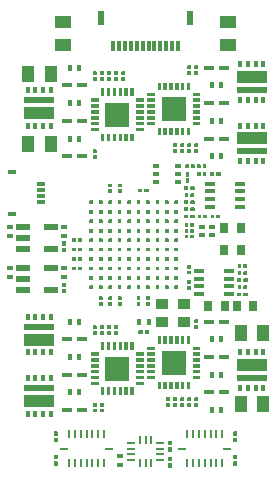
<source format=gbr>
G04*
G04 #@! TF.GenerationSoftware,Altium Limited,Altium Designer,24.1.2 (44)*
G04*
G04 Layer_Color=8421504*
%FSLAX25Y25*%
%MOIN*%
G70*
G04*
G04 #@! TF.SameCoordinates,8AA45DA3-EFE9-42F3-ADE2-6CCF78DF1A05*
G04*
G04*
G04 #@! TF.FilePolarity,Positive*
G04*
G01*
G75*
%ADD17R,0.03150X0.01575*%
%ADD18R,0.03150X0.01181*%
%ADD19R,0.02362X0.01654*%
%ADD20R,0.03661X0.01417*%
%ADD21R,0.01575X0.02362*%
%ADD22R,0.09843X0.01968*%
%ADD23R,0.09843X0.03937*%
%ADD24R,0.04555X0.01929*%
%ADD25R,0.04626X0.01929*%
%ADD26R,0.03543X0.01772*%
G04:AMPARAMS|DCode=27|XSize=14.33mil|YSize=19.68mil|CornerRadius=3.58mil|HoleSize=0mil|Usage=FLASHONLY|Rotation=90.000|XOffset=0mil|YOffset=0mil|HoleType=Round|Shape=RoundedRectangle|*
%AMROUNDEDRECTD27*
21,1,0.01433,0.01252,0,0,90.0*
21,1,0.00717,0.01968,0,0,90.0*
1,1,0.00717,0.00626,0.00358*
1,1,0.00717,0.00626,-0.00358*
1,1,0.00717,-0.00626,-0.00358*
1,1,0.00717,-0.00626,0.00358*
%
%ADD27ROUNDEDRECTD27*%
%ADD28R,0.03150X0.00984*%
%ADD29R,0.00984X0.03150*%
%ADD30R,0.02362X0.04724*%
%ADD31R,0.01181X0.03543*%
%ADD32R,0.05315X0.03937*%
%ADD33R,0.01575X0.02126*%
%ADD34R,0.03937X0.03543*%
%ADD35R,0.03937X0.05315*%
%ADD36R,0.01102X0.02657*%
%ADD37R,0.02657X0.01102*%
%ADD38R,0.02126X0.01575*%
%ADD39R,0.02756X0.03543*%
G36*
X68748Y138461D02*
Y137421D01*
X68654Y137327D01*
X67567D01*
X67472Y137421D01*
Y138461D01*
X67567Y138556D01*
X68654D01*
X68748Y138461D01*
D02*
G37*
G36*
X66386D02*
Y137421D01*
X66291Y137327D01*
X65205D01*
X65110Y137421D01*
Y138461D01*
X65205Y138556D01*
X66291D01*
X66386Y138461D01*
D02*
G37*
G36*
X68748Y136594D02*
Y135555D01*
X68654Y135460D01*
X67567D01*
X67472Y135555D01*
Y136594D01*
X67567Y136689D01*
X68654D01*
X68748Y136594D01*
D02*
G37*
G36*
X66386D02*
Y135555D01*
X66291Y135460D01*
X65205D01*
X65110Y135555D01*
Y136594D01*
X65205Y136689D01*
X66291D01*
X66386Y136594D01*
D02*
G37*
G36*
X44339Y136493D02*
Y135453D01*
X44244Y135358D01*
X43158D01*
X43063Y135453D01*
Y136493D01*
X43158Y136587D01*
X44244D01*
X44339Y136493D01*
D02*
G37*
G36*
X41976D02*
Y135453D01*
X41882Y135358D01*
X40795D01*
X40701Y135453D01*
Y136493D01*
X40795Y136587D01*
X41882D01*
X41976Y136493D01*
D02*
G37*
G36*
X39614D02*
Y135453D01*
X39520Y135358D01*
X38433D01*
X38339Y135453D01*
Y136493D01*
X38433Y136587D01*
X39520D01*
X39614Y136493D01*
D02*
G37*
G36*
X37252D02*
Y135453D01*
X37157Y135358D01*
X36071D01*
X35976Y135453D01*
Y136493D01*
X36071Y136587D01*
X37157D01*
X37252Y136493D01*
D02*
G37*
G36*
X34890D02*
Y135453D01*
X34795Y135358D01*
X33709D01*
X33614Y135453D01*
Y136493D01*
X33709Y136587D01*
X34795D01*
X34890Y136493D01*
D02*
G37*
G36*
X44339Y134626D02*
Y133586D01*
X44244Y133492D01*
X43158D01*
X43063Y133586D01*
Y134626D01*
X43158Y134721D01*
X44244D01*
X44339Y134626D01*
D02*
G37*
G36*
X41976D02*
Y133586D01*
X41882Y133492D01*
X40795D01*
X40701Y133586D01*
Y134626D01*
X40795Y134721D01*
X41882D01*
X41976Y134626D01*
D02*
G37*
G36*
X39614D02*
Y133586D01*
X39520Y133492D01*
X38433D01*
X38339Y133586D01*
Y134626D01*
X38433Y134721D01*
X39520D01*
X39614Y134626D01*
D02*
G37*
G36*
X37252D02*
Y133586D01*
X37157Y133492D01*
X36071D01*
X35976Y133586D01*
Y134626D01*
X36071Y134721D01*
X37157D01*
X37252Y134626D01*
D02*
G37*
G36*
X34890D02*
Y133586D01*
X34795Y133492D01*
X33709D01*
X33614Y133586D01*
Y134626D01*
X33709Y134721D01*
X34795D01*
X34890Y134626D01*
D02*
G37*
G36*
X66102Y130217D02*
X65000D01*
Y132835D01*
X66102D01*
Y130217D01*
D02*
G37*
G36*
X64134D02*
X63032D01*
Y132835D01*
X64134D01*
Y130217D01*
D02*
G37*
G36*
X62165D02*
X61063D01*
Y132835D01*
X62165D01*
Y130217D01*
D02*
G37*
G36*
X60197D02*
X59095D01*
Y132835D01*
X60197D01*
Y130217D01*
D02*
G37*
G36*
X58228D02*
X57126D01*
Y132835D01*
X58228D01*
Y130217D01*
D02*
G37*
G36*
X56260D02*
X55158D01*
Y132835D01*
X56260D01*
Y130217D01*
D02*
G37*
G36*
X69449Y128386D02*
X66831D01*
Y129488D01*
X69449D01*
Y128386D01*
D02*
G37*
G36*
X54429D02*
X51811D01*
Y129488D01*
X54429D01*
Y128386D01*
D02*
G37*
G36*
X47205Y128248D02*
X46102D01*
Y130866D01*
X47205D01*
Y128248D01*
D02*
G37*
G36*
X45236D02*
X44134D01*
Y130866D01*
X45236D01*
Y128248D01*
D02*
G37*
G36*
X43268D02*
X42165D01*
Y130866D01*
X43268D01*
Y128248D01*
D02*
G37*
G36*
X41299D02*
X40197D01*
Y130866D01*
X41299D01*
Y128248D01*
D02*
G37*
G36*
X39331D02*
X38228D01*
Y130866D01*
X39331D01*
Y128248D01*
D02*
G37*
G36*
X37362D02*
X36260D01*
Y130866D01*
X37362D01*
Y128248D01*
D02*
G37*
G36*
X69449Y126417D02*
X66831D01*
Y127520D01*
X69449D01*
Y126417D01*
D02*
G37*
G36*
X54429D02*
X51811D01*
Y127520D01*
X54429D01*
Y126417D01*
D02*
G37*
G36*
X50551D02*
X47933D01*
Y127520D01*
X50551D01*
Y126417D01*
D02*
G37*
G36*
X35531D02*
X32913D01*
Y127520D01*
X35531D01*
Y126417D01*
D02*
G37*
G36*
X69449Y124449D02*
X66831D01*
Y125551D01*
X69449D01*
Y124449D01*
D02*
G37*
G36*
X54429D02*
X51811D01*
Y125551D01*
X54429D01*
Y124449D01*
D02*
G37*
G36*
X50551D02*
X47933D01*
Y125551D01*
X50551D01*
Y124449D01*
D02*
G37*
G36*
X35531D02*
X32913D01*
Y125551D01*
X35531D01*
Y124449D01*
D02*
G37*
G36*
X69449Y122480D02*
X66831D01*
Y123583D01*
X69449D01*
Y122480D01*
D02*
G37*
G36*
X54429D02*
X51811D01*
Y123583D01*
X54429D01*
Y122480D01*
D02*
G37*
G36*
X50551D02*
X47933D01*
Y123583D01*
X50551D01*
Y122480D01*
D02*
G37*
G36*
X35531D02*
X32913D01*
Y123583D01*
X35531D01*
Y122480D01*
D02*
G37*
G36*
X69449Y120512D02*
X66831D01*
Y121614D01*
X69449D01*
Y120512D01*
D02*
G37*
G36*
X54429D02*
X51811D01*
Y121614D01*
X54429D01*
Y120512D01*
D02*
G37*
G36*
X50551D02*
X47933D01*
Y121614D01*
X50551D01*
Y120512D01*
D02*
G37*
G36*
X35531D02*
X32913D01*
Y121614D01*
X35531D01*
Y120512D01*
D02*
G37*
G36*
X64646Y120000D02*
X56614D01*
Y128032D01*
X64646D01*
Y120000D01*
D02*
G37*
G36*
X69449Y118543D02*
X66831D01*
Y119646D01*
X69449D01*
Y118543D01*
D02*
G37*
G36*
X54429D02*
X51811D01*
Y119646D01*
X54429D01*
Y118543D01*
D02*
G37*
G36*
X50551D02*
X47933D01*
Y119646D01*
X50551D01*
Y118543D01*
D02*
G37*
G36*
X35531D02*
X32913D01*
Y119646D01*
X35531D01*
Y118543D01*
D02*
G37*
G36*
X45748Y118031D02*
X37716D01*
Y126063D01*
X45748D01*
Y118031D01*
D02*
G37*
G36*
X50551Y116575D02*
X47933D01*
Y117677D01*
X50551D01*
Y116575D01*
D02*
G37*
G36*
X35531D02*
X32913D01*
Y117677D01*
X35531D01*
Y116575D01*
D02*
G37*
G36*
X66102Y115197D02*
X65000D01*
Y117815D01*
X66102D01*
Y115197D01*
D02*
G37*
G36*
X64134D02*
X63032D01*
Y117815D01*
X64134D01*
Y115197D01*
D02*
G37*
G36*
X62165D02*
X61063D01*
Y117815D01*
X62165D01*
Y115197D01*
D02*
G37*
G36*
X60197D02*
X59095D01*
Y117815D01*
X60197D01*
Y115197D01*
D02*
G37*
G36*
X58228D02*
X57126D01*
Y117815D01*
X58228D01*
Y115197D01*
D02*
G37*
G36*
X56260D02*
X55158D01*
Y117815D01*
X56260D01*
Y115197D01*
D02*
G37*
G36*
X47205Y113228D02*
X46102D01*
Y115846D01*
X47205D01*
Y113228D01*
D02*
G37*
G36*
X45236D02*
X44134D01*
Y115846D01*
X45236D01*
Y113228D01*
D02*
G37*
G36*
X43268D02*
X42165D01*
Y115846D01*
X43268D01*
Y113228D01*
D02*
G37*
G36*
X41299D02*
X40197D01*
Y115846D01*
X41299D01*
Y113228D01*
D02*
G37*
G36*
X39331D02*
X38228D01*
Y115846D01*
X39331D01*
Y113228D01*
D02*
G37*
G36*
X37362D02*
X36260D01*
Y115846D01*
X37362D01*
Y113228D01*
D02*
G37*
G36*
X68748Y112477D02*
Y111437D01*
X68654Y111343D01*
X67567D01*
X67472Y111437D01*
Y112477D01*
X67567Y112571D01*
X68654D01*
X68748Y112477D01*
D02*
G37*
G36*
X66386D02*
Y111437D01*
X66291Y111343D01*
X65205D01*
X65110Y111437D01*
Y112477D01*
X65205Y112571D01*
X66291D01*
X66386Y112477D01*
D02*
G37*
G36*
X64024D02*
Y111437D01*
X63929Y111343D01*
X62843D01*
X62748Y111437D01*
Y112477D01*
X62843Y112571D01*
X63929D01*
X64024Y112477D01*
D02*
G37*
G36*
X61661D02*
Y111437D01*
X61567Y111343D01*
X60480D01*
X60386Y111437D01*
Y112477D01*
X60480Y112571D01*
X61567D01*
X61661Y112477D01*
D02*
G37*
G36*
X68748Y110610D02*
Y109570D01*
X68654Y109476D01*
X67567D01*
X67472Y109570D01*
Y110610D01*
X67567Y110705D01*
X68654D01*
X68748Y110610D01*
D02*
G37*
G36*
X66386D02*
Y109570D01*
X66291Y109476D01*
X65205D01*
X65110Y109570D01*
Y110610D01*
X65205Y110705D01*
X66291D01*
X66386Y110610D01*
D02*
G37*
G36*
X64024D02*
Y109570D01*
X63929Y109476D01*
X62843D01*
X62748Y109570D01*
Y110610D01*
X62843Y110705D01*
X63929D01*
X64024Y110610D01*
D02*
G37*
G36*
X61661D02*
Y109570D01*
X61567Y109476D01*
X60480D01*
X60386Y109570D01*
Y110610D01*
X60480Y110705D01*
X61567D01*
X61661Y110610D01*
D02*
G37*
G36*
X34890Y110508D02*
Y109468D01*
X34795Y109374D01*
X33709D01*
X33614Y109468D01*
Y110508D01*
X33709Y110603D01*
X34795D01*
X34890Y110508D01*
D02*
G37*
G36*
Y108642D02*
Y107602D01*
X34795Y107507D01*
X33709D01*
X33614Y107602D01*
Y108642D01*
X33709Y108736D01*
X34795D01*
X34890Y108642D01*
D02*
G37*
G36*
X71430Y105465D02*
Y104378D01*
X71335Y104283D01*
X70295D01*
X70201Y104378D01*
Y105465D01*
X70295Y105559D01*
X71335D01*
X71430Y105465D01*
D02*
G37*
G36*
X69563D02*
Y104378D01*
X69468Y104283D01*
X68429D01*
X68334Y104378D01*
Y105465D01*
X68429Y105559D01*
X69468D01*
X69563Y105465D01*
D02*
G37*
G36*
X67493D02*
Y104378D01*
X67398Y104283D01*
X66358D01*
X66264Y104378D01*
Y105465D01*
X66358Y105559D01*
X67398D01*
X67493Y105465D01*
D02*
G37*
G36*
X65626D02*
Y104378D01*
X65531Y104283D01*
X64492D01*
X64397Y104378D01*
Y105465D01*
X64492Y105559D01*
X65531D01*
X65626Y105465D01*
D02*
G37*
G36*
X76214Y102905D02*
Y101819D01*
X76120Y101724D01*
X74823D01*
X74728Y101819D01*
Y102905D01*
X74823Y103000D01*
X76120D01*
X76214Y102905D01*
D02*
G37*
G36*
X74090D02*
Y101819D01*
X73996Y101724D01*
X72699D01*
X72605Y101819D01*
Y102905D01*
X72699Y103000D01*
X73996D01*
X74090Y102905D01*
D02*
G37*
G36*
X71430D02*
Y101819D01*
X71335Y101724D01*
X70295D01*
X70201Y101819D01*
Y102905D01*
X70295Y103000D01*
X71335D01*
X71430Y102905D01*
D02*
G37*
G36*
X69563D02*
Y101819D01*
X69468Y101724D01*
X68429D01*
X68334Y101819D01*
Y102905D01*
X68429Y103000D01*
X69468D01*
X69563Y102905D01*
D02*
G37*
G36*
X65795Y102892D02*
Y101594D01*
X65701Y101500D01*
X64614D01*
X64520Y101594D01*
Y102892D01*
X64614Y102986D01*
X65701D01*
X65795Y102892D01*
D02*
G37*
G36*
Y100768D02*
Y99471D01*
X65701Y99376D01*
X64614D01*
X64520Y99471D01*
Y100768D01*
X64614Y100862D01*
X65701D01*
X65795Y100768D01*
D02*
G37*
G36*
X43158Y99091D02*
Y98051D01*
X43063Y97957D01*
X41976D01*
X41882Y98051D01*
Y99091D01*
X41976Y99186D01*
X43063D01*
X43158Y99091D01*
D02*
G37*
G36*
X40008D02*
Y98051D01*
X39913Y97957D01*
X38827D01*
X38732Y98051D01*
Y99091D01*
X38827Y99186D01*
X39913D01*
X40008Y99091D01*
D02*
G37*
G36*
X67553Y98181D02*
Y97095D01*
X67458Y97000D01*
X66161D01*
X66067Y97095D01*
Y98181D01*
X66161Y98276D01*
X67458D01*
X67553Y98181D01*
D02*
G37*
G36*
X65429D02*
Y97095D01*
X65335Y97000D01*
X64038D01*
X63943Y97095D01*
Y98181D01*
X64038Y98276D01*
X65335D01*
X65429Y98181D01*
D02*
G37*
G36*
X52199Y97394D02*
Y96307D01*
X52104Y96213D01*
X50807D01*
X50713Y96307D01*
Y97394D01*
X50807Y97488D01*
X52104D01*
X52199Y97394D01*
D02*
G37*
G36*
X50075D02*
Y96307D01*
X49980Y96213D01*
X48683D01*
X48589Y96307D01*
Y97394D01*
X48683Y97488D01*
X49980D01*
X50075Y97394D01*
D02*
G37*
G36*
X43158Y97224D02*
Y96184D01*
X43063Y96090D01*
X41976D01*
X41882Y96184D01*
Y97224D01*
X41976Y97319D01*
X43063D01*
X43158Y97224D01*
D02*
G37*
G36*
X40008D02*
Y96184D01*
X39913Y96090D01*
X38827D01*
X38732Y96184D01*
Y97224D01*
X38827Y97319D01*
X39913D01*
X40008Y97224D01*
D02*
G37*
G36*
X67296Y95819D02*
Y94732D01*
X67201Y94638D01*
X66161D01*
X66067Y94732D01*
Y95819D01*
X66161Y95913D01*
X67201D01*
X67296Y95819D01*
D02*
G37*
G36*
X65429D02*
Y94732D01*
X65335Y94638D01*
X64295D01*
X64200Y94732D01*
Y95819D01*
X64295Y95913D01*
X65335D01*
X65429Y95819D01*
D02*
G37*
G36*
X62047Y93417D02*
Y92409D01*
X61921Y92283D01*
X60913D01*
X60787Y92409D01*
Y93417D01*
X60913Y93543D01*
X61921D01*
X62047Y93417D01*
D02*
G37*
G36*
X58898D02*
Y92409D01*
X58772Y92283D01*
X57764D01*
X57638Y92409D01*
Y93417D01*
X57764Y93543D01*
X58772D01*
X58898Y93417D01*
D02*
G37*
G36*
X55748D02*
Y92409D01*
X55622Y92283D01*
X54614D01*
X54488Y92409D01*
Y93417D01*
X54614Y93543D01*
X55622D01*
X55748Y93417D01*
D02*
G37*
G36*
X52598D02*
Y92409D01*
X52472Y92283D01*
X51464D01*
X51339Y92409D01*
Y93417D01*
X51464Y93543D01*
X52472D01*
X52598Y93417D01*
D02*
G37*
G36*
X49449D02*
Y92409D01*
X49323Y92283D01*
X48315D01*
X48189Y92409D01*
Y93417D01*
X48315Y93543D01*
X49323D01*
X49449Y93417D01*
D02*
G37*
G36*
X46299D02*
Y92409D01*
X46173Y92283D01*
X45165D01*
X45039Y92409D01*
Y93417D01*
X45165Y93543D01*
X46173D01*
X46299Y93417D01*
D02*
G37*
G36*
X43150D02*
Y92409D01*
X43024Y92283D01*
X42016D01*
X41890Y92409D01*
Y93417D01*
X42016Y93543D01*
X43024D01*
X43150Y93417D01*
D02*
G37*
G36*
X40000D02*
Y92409D01*
X39874Y92283D01*
X38866D01*
X38740Y92409D01*
Y93417D01*
X38866Y93543D01*
X39874D01*
X40000Y93417D01*
D02*
G37*
G36*
X36850D02*
Y92409D01*
X36724Y92283D01*
X35717D01*
X35591Y92409D01*
Y93417D01*
X35717Y93543D01*
X36724D01*
X36850Y93417D01*
D02*
G37*
G36*
X33701D02*
Y92409D01*
X33575Y92283D01*
X32567D01*
X32441Y92409D01*
Y93417D01*
X32567Y93543D01*
X33575D01*
X33701Y93417D01*
D02*
G37*
G36*
X67553Y93457D02*
Y92370D01*
X67458Y92276D01*
X66161D01*
X66067Y92370D01*
Y93457D01*
X66161Y93551D01*
X67458D01*
X67553Y93457D01*
D02*
G37*
G36*
X65429D02*
Y92370D01*
X65335Y92276D01*
X64038D01*
X63943Y92370D01*
Y93457D01*
X64038Y93551D01*
X65335D01*
X65429Y93457D01*
D02*
G37*
G36*
X67553Y91094D02*
Y90008D01*
X67458Y89913D01*
X66161D01*
X66067Y90008D01*
Y91094D01*
X66161Y91189D01*
X67458D01*
X67553Y91094D01*
D02*
G37*
G36*
X65429D02*
Y90008D01*
X65335Y89913D01*
X64038D01*
X63943Y90008D01*
Y91094D01*
X64038Y91189D01*
X65335D01*
X65429Y91094D01*
D02*
G37*
G36*
X62047Y90268D02*
Y89260D01*
X61921Y89134D01*
X60913D01*
X60787Y89260D01*
Y90268D01*
X60913Y90394D01*
X61921D01*
X62047Y90268D01*
D02*
G37*
G36*
X58898D02*
Y89260D01*
X58772Y89134D01*
X57764D01*
X57638Y89260D01*
Y90268D01*
X57764Y90394D01*
X58772D01*
X58898Y90268D01*
D02*
G37*
G36*
X55748D02*
Y89260D01*
X55622Y89134D01*
X54614D01*
X54488Y89260D01*
Y90268D01*
X54614Y90394D01*
X55622D01*
X55748Y90268D01*
D02*
G37*
G36*
X52598D02*
Y89260D01*
X52472Y89134D01*
X51464D01*
X51339Y89260D01*
Y90268D01*
X51464Y90394D01*
X52472D01*
X52598Y90268D01*
D02*
G37*
G36*
X49449D02*
Y89260D01*
X49323Y89134D01*
X48315D01*
X48189Y89260D01*
Y90268D01*
X48315Y90394D01*
X49323D01*
X49449Y90268D01*
D02*
G37*
G36*
X46299D02*
Y89260D01*
X46173Y89134D01*
X45165D01*
X45039Y89260D01*
Y90268D01*
X45165Y90394D01*
X46173D01*
X46299Y90268D01*
D02*
G37*
G36*
X43150D02*
Y89260D01*
X43024Y89134D01*
X42016D01*
X41890Y89260D01*
Y90268D01*
X42016Y90394D01*
X43024D01*
X43150Y90268D01*
D02*
G37*
G36*
X40000D02*
Y89260D01*
X39874Y89134D01*
X38866D01*
X38740Y89260D01*
Y90268D01*
X38866Y90394D01*
X39874D01*
X40000Y90268D01*
D02*
G37*
G36*
X36850D02*
Y89260D01*
X36724Y89134D01*
X35717D01*
X35591Y89260D01*
Y90268D01*
X35717Y90394D01*
X36724D01*
X36850Y90268D01*
D02*
G37*
G36*
X33701D02*
Y89260D01*
X33575Y89134D01*
X32567D01*
X32441Y89260D01*
Y90268D01*
X32567Y90394D01*
X33575D01*
X33701Y90268D01*
D02*
G37*
G36*
X75957Y88732D02*
Y87646D01*
X75863Y87551D01*
X74823D01*
X74728Y87646D01*
Y88732D01*
X74823Y88827D01*
X75863D01*
X75957Y88732D01*
D02*
G37*
G36*
X74090D02*
Y87646D01*
X73996Y87551D01*
X72956D01*
X72862Y87646D01*
Y88732D01*
X72956Y88827D01*
X73996D01*
X74090Y88732D01*
D02*
G37*
G36*
X71626D02*
Y87646D01*
X71532Y87551D01*
X70492D01*
X70398Y87646D01*
Y88732D01*
X70492Y88827D01*
X71532D01*
X71626Y88732D01*
D02*
G37*
G36*
X69760D02*
Y87646D01*
X69665Y87551D01*
X68625D01*
X68531Y87646D01*
Y88732D01*
X68625Y88827D01*
X69665D01*
X69760Y88732D01*
D02*
G37*
G36*
X67553D02*
Y87646D01*
X67458Y87551D01*
X66161D01*
X66067Y87646D01*
Y88732D01*
X66161Y88827D01*
X67458D01*
X67553Y88732D01*
D02*
G37*
G36*
X65429D02*
Y87646D01*
X65335Y87551D01*
X64038D01*
X63943Y87646D01*
Y88732D01*
X64038Y88827D01*
X65335D01*
X65429Y88732D01*
D02*
G37*
G36*
X62047Y87118D02*
Y86110D01*
X61921Y85984D01*
X60913D01*
X60787Y86110D01*
Y87118D01*
X60913Y87244D01*
X61921D01*
X62047Y87118D01*
D02*
G37*
G36*
X58898D02*
Y86110D01*
X58772Y85984D01*
X57764D01*
X57638Y86110D01*
Y87118D01*
X57764Y87244D01*
X58772D01*
X58898Y87118D01*
D02*
G37*
G36*
X55748D02*
Y86110D01*
X55622Y85984D01*
X54614D01*
X54488Y86110D01*
Y87118D01*
X54614Y87244D01*
X55622D01*
X55748Y87118D01*
D02*
G37*
G36*
X52598D02*
Y86110D01*
X52472Y85984D01*
X51464D01*
X51339Y86110D01*
Y87118D01*
X51464Y87244D01*
X52472D01*
X52598Y87118D01*
D02*
G37*
G36*
X49449D02*
Y86110D01*
X49323Y85984D01*
X48315D01*
X48189Y86110D01*
Y87118D01*
X48315Y87244D01*
X49323D01*
X49449Y87118D01*
D02*
G37*
G36*
X46299D02*
Y86110D01*
X46173Y85984D01*
X45165D01*
X45039Y86110D01*
Y87118D01*
X45165Y87244D01*
X46173D01*
X46299Y87118D01*
D02*
G37*
G36*
X43150D02*
Y86110D01*
X43024Y85984D01*
X42016D01*
X41890Y86110D01*
Y87118D01*
X42016Y87244D01*
X43024D01*
X43150Y87118D01*
D02*
G37*
G36*
X40000D02*
Y86110D01*
X39874Y85984D01*
X38866D01*
X38740Y86110D01*
Y87118D01*
X38866Y87244D01*
X39874D01*
X40000Y87118D01*
D02*
G37*
G36*
X36850D02*
Y86110D01*
X36724Y85984D01*
X35717D01*
X35591Y86110D01*
Y87118D01*
X35717Y87244D01*
X36724D01*
X36850Y87118D01*
D02*
G37*
G36*
X33701D02*
Y86110D01*
X33575Y85984D01*
X32567D01*
X32441Y86110D01*
Y87118D01*
X32567Y87244D01*
X33575D01*
X33701Y87118D01*
D02*
G37*
G36*
X67296Y85976D02*
Y84890D01*
X67201Y84795D01*
X66161D01*
X66067Y84890D01*
Y85976D01*
X66161Y86071D01*
X67201D01*
X67296Y85976D01*
D02*
G37*
G36*
X65429D02*
Y84890D01*
X65335Y84795D01*
X64295D01*
X64200Y84890D01*
Y85976D01*
X64295Y86071D01*
X65335D01*
X65429Y85976D01*
D02*
G37*
G36*
X62047Y83969D02*
Y82961D01*
X61921Y82835D01*
X60913D01*
X60787Y82961D01*
Y83969D01*
X60913Y84095D01*
X61921D01*
X62047Y83969D01*
D02*
G37*
G36*
X58898D02*
Y82961D01*
X58772Y82835D01*
X57764D01*
X57638Y82961D01*
Y83969D01*
X57764Y84095D01*
X58772D01*
X58898Y83969D01*
D02*
G37*
G36*
X55748D02*
Y82961D01*
X55622Y82835D01*
X54614D01*
X54488Y82961D01*
Y83969D01*
X54614Y84095D01*
X55622D01*
X55748Y83969D01*
D02*
G37*
G36*
X52598D02*
Y82961D01*
X52472Y82835D01*
X51464D01*
X51339Y82961D01*
Y83969D01*
X51464Y84095D01*
X52472D01*
X52598Y83969D01*
D02*
G37*
G36*
X49449D02*
Y82961D01*
X49323Y82835D01*
X48315D01*
X48189Y82961D01*
Y83969D01*
X48315Y84095D01*
X49323D01*
X49449Y83969D01*
D02*
G37*
G36*
X46299D02*
Y82961D01*
X46173Y82835D01*
X45165D01*
X45039Y82961D01*
Y83969D01*
X45165Y84095D01*
X46173D01*
X46299Y83969D01*
D02*
G37*
G36*
X43150D02*
Y82961D01*
X43024Y82835D01*
X42016D01*
X41890Y82961D01*
Y83969D01*
X42016Y84095D01*
X43024D01*
X43150Y83969D01*
D02*
G37*
G36*
X40000D02*
Y82961D01*
X39874Y82835D01*
X38866D01*
X38740Y82961D01*
Y83969D01*
X38866Y84095D01*
X39874D01*
X40000Y83969D01*
D02*
G37*
G36*
X36850D02*
Y82961D01*
X36724Y82835D01*
X35717D01*
X35591Y82961D01*
Y83969D01*
X35717Y84095D01*
X36724D01*
X36850Y83969D01*
D02*
G37*
G36*
X33701D02*
Y82961D01*
X33575Y82835D01*
X32567D01*
X32441Y82961D01*
Y83969D01*
X32567Y84095D01*
X33575D01*
X33701Y83969D01*
D02*
G37*
G36*
X67296Y84008D02*
Y82921D01*
X67201Y82827D01*
X66161D01*
X66067Y82921D01*
Y84008D01*
X66161Y84102D01*
X67201D01*
X67296Y84008D01*
D02*
G37*
G36*
X65429D02*
Y82921D01*
X65335Y82827D01*
X64295D01*
X64200Y82921D01*
Y84008D01*
X64295Y84102D01*
X65335D01*
X65429Y84008D01*
D02*
G37*
G36*
X67296Y82039D02*
Y80953D01*
X67201Y80858D01*
X66161D01*
X66067Y80953D01*
Y82039D01*
X66161Y82134D01*
X67201D01*
X67296Y82039D01*
D02*
G37*
G36*
X65429D02*
Y80953D01*
X65335Y80858D01*
X64295D01*
X64200Y80953D01*
Y82039D01*
X64295Y82134D01*
X65335D01*
X65429Y82039D01*
D02*
G37*
G36*
X62047Y80819D02*
Y79811D01*
X61921Y79685D01*
X60913D01*
X60787Y79811D01*
Y80819D01*
X60913Y80945D01*
X61921D01*
X62047Y80819D01*
D02*
G37*
G36*
X58898D02*
Y79811D01*
X58772Y79685D01*
X57764D01*
X57638Y79811D01*
Y80819D01*
X57764Y80945D01*
X58772D01*
X58898Y80819D01*
D02*
G37*
G36*
X55748D02*
Y79811D01*
X55622Y79685D01*
X54614D01*
X54488Y79811D01*
Y80819D01*
X54614Y80945D01*
X55622D01*
X55748Y80819D01*
D02*
G37*
G36*
X52598D02*
Y79811D01*
X52472Y79685D01*
X51464D01*
X51339Y79811D01*
Y80819D01*
X51464Y80945D01*
X52472D01*
X52598Y80819D01*
D02*
G37*
G36*
X49449D02*
Y79811D01*
X49323Y79685D01*
X48315D01*
X48189Y79811D01*
Y80819D01*
X48315Y80945D01*
X49323D01*
X49449Y80819D01*
D02*
G37*
G36*
X46299D02*
Y79811D01*
X46173Y79685D01*
X45165D01*
X45039Y79811D01*
Y80819D01*
X45165Y80945D01*
X46173D01*
X46299Y80819D01*
D02*
G37*
G36*
X43150D02*
Y79811D01*
X43024Y79685D01*
X42016D01*
X41890Y79811D01*
Y80819D01*
X42016Y80945D01*
X43024D01*
X43150Y80819D01*
D02*
G37*
G36*
X40000D02*
Y79811D01*
X39874Y79685D01*
X38866D01*
X38740Y79811D01*
Y80819D01*
X38866Y80945D01*
X39874D01*
X40000Y80819D01*
D02*
G37*
G36*
X36850D02*
Y79811D01*
X36724Y79685D01*
X35717D01*
X35591Y79811D01*
Y80819D01*
X35717Y80945D01*
X36724D01*
X36850Y80819D01*
D02*
G37*
G36*
X33701D02*
Y79811D01*
X33575Y79685D01*
X32567D01*
X32441Y79811D01*
Y80819D01*
X32567Y80945D01*
X33575D01*
X33701Y80819D01*
D02*
G37*
G36*
X29894Y80858D02*
Y79772D01*
X29800Y79677D01*
X28760D01*
X28665Y79772D01*
Y80858D01*
X28760Y80953D01*
X29800D01*
X29894Y80858D01*
D02*
G37*
G36*
X28028D02*
Y79772D01*
X27933Y79677D01*
X26893D01*
X26799Y79772D01*
Y80858D01*
X26893Y80953D01*
X27933D01*
X28028Y80858D01*
D02*
G37*
G36*
X24654Y79860D02*
Y78563D01*
X24559Y78469D01*
X23472D01*
X23378Y78563D01*
Y79860D01*
X23472Y79954D01*
X24559D01*
X24654Y79860D01*
D02*
G37*
G36*
X62047Y77669D02*
Y76661D01*
X61921Y76535D01*
X60913D01*
X60787Y76661D01*
Y77669D01*
X60913Y77795D01*
X61921D01*
X62047Y77669D01*
D02*
G37*
G36*
X58898D02*
Y76661D01*
X58772Y76535D01*
X57764D01*
X57638Y76661D01*
Y77669D01*
X57764Y77795D01*
X58772D01*
X58898Y77669D01*
D02*
G37*
G36*
X55748D02*
Y76661D01*
X55622Y76535D01*
X54614D01*
X54488Y76661D01*
Y77669D01*
X54614Y77795D01*
X55622D01*
X55748Y77669D01*
D02*
G37*
G36*
X52598D02*
Y76661D01*
X52472Y76535D01*
X51464D01*
X51339Y76661D01*
Y77669D01*
X51464Y77795D01*
X52472D01*
X52598Y77669D01*
D02*
G37*
G36*
X49449D02*
Y76661D01*
X49323Y76535D01*
X48315D01*
X48189Y76661D01*
Y77669D01*
X48315Y77795D01*
X49323D01*
X49449Y77669D01*
D02*
G37*
G36*
X46299D02*
Y76661D01*
X46173Y76535D01*
X45165D01*
X45039Y76661D01*
Y77669D01*
X45165Y77795D01*
X46173D01*
X46299Y77669D01*
D02*
G37*
G36*
X43150D02*
Y76661D01*
X43024Y76535D01*
X42016D01*
X41890Y76661D01*
Y77669D01*
X42016Y77795D01*
X43024D01*
X43150Y77669D01*
D02*
G37*
G36*
X40000D02*
Y76661D01*
X39874Y76535D01*
X38866D01*
X38740Y76661D01*
Y77669D01*
X38866Y77795D01*
X39874D01*
X40000Y77669D01*
D02*
G37*
G36*
X36850D02*
Y76661D01*
X36724Y76535D01*
X35717D01*
X35591Y76661D01*
Y77669D01*
X35717Y77795D01*
X36724D01*
X36850Y77669D01*
D02*
G37*
G36*
X33701D02*
Y76661D01*
X33575Y76535D01*
X32567D01*
X32441Y76661D01*
Y77669D01*
X32567Y77795D01*
X33575D01*
X33701Y77669D01*
D02*
G37*
G36*
X29894Y77709D02*
Y76622D01*
X29800Y76528D01*
X28760D01*
X28665Y76622D01*
Y77709D01*
X28760Y77803D01*
X29800D01*
X29894Y77709D01*
D02*
G37*
G36*
X28028D02*
Y76622D01*
X27933Y76528D01*
X26893D01*
X26799Y76622D01*
Y77709D01*
X26893Y77803D01*
X27933D01*
X28028Y77709D01*
D02*
G37*
G36*
X24654Y77736D02*
Y76439D01*
X24559Y76345D01*
X23472D01*
X23378Y76439D01*
Y77736D01*
X23472Y77831D01*
X24559D01*
X24654Y77736D01*
D02*
G37*
G36*
X62047Y74520D02*
Y73512D01*
X61921Y73386D01*
X60913D01*
X60787Y73512D01*
Y74520D01*
X60913Y74646D01*
X61921D01*
X62047Y74520D01*
D02*
G37*
G36*
X58898D02*
Y73512D01*
X58772Y73386D01*
X57764D01*
X57638Y73512D01*
Y74520D01*
X57764Y74646D01*
X58772D01*
X58898Y74520D01*
D02*
G37*
G36*
X55748D02*
Y73512D01*
X55622Y73386D01*
X54614D01*
X54488Y73512D01*
Y74520D01*
X54614Y74646D01*
X55622D01*
X55748Y74520D01*
D02*
G37*
G36*
X52598D02*
Y73512D01*
X52472Y73386D01*
X51464D01*
X51339Y73512D01*
Y74520D01*
X51464Y74646D01*
X52472D01*
X52598Y74520D01*
D02*
G37*
G36*
X49449D02*
Y73512D01*
X49323Y73386D01*
X48315D01*
X48189Y73512D01*
Y74520D01*
X48315Y74646D01*
X49323D01*
X49449Y74520D01*
D02*
G37*
G36*
X46299D02*
Y73512D01*
X46173Y73386D01*
X45165D01*
X45039Y73512D01*
Y74520D01*
X45165Y74646D01*
X46173D01*
X46299Y74520D01*
D02*
G37*
G36*
X43150D02*
Y73512D01*
X43024Y73386D01*
X42016D01*
X41890Y73512D01*
Y74520D01*
X42016Y74646D01*
X43024D01*
X43150Y74520D01*
D02*
G37*
G36*
X40000D02*
Y73512D01*
X39874Y73386D01*
X38866D01*
X38740Y73512D01*
Y74520D01*
X38866Y74646D01*
X39874D01*
X40000Y74520D01*
D02*
G37*
G36*
X36850D02*
Y73512D01*
X36724Y73386D01*
X35717D01*
X35591Y73512D01*
Y74520D01*
X35717Y74646D01*
X36724D01*
X36850Y74520D01*
D02*
G37*
G36*
X33701D02*
Y73512D01*
X33575Y73386D01*
X32567D01*
X32441Y73512D01*
Y74520D01*
X32567Y74646D01*
X33575D01*
X33701Y74520D01*
D02*
G37*
G36*
X30151Y74559D02*
Y73472D01*
X30057Y73378D01*
X28760D01*
X28665Y73472D01*
Y74559D01*
X28760Y74654D01*
X30057D01*
X30151Y74559D01*
D02*
G37*
G36*
X28028D02*
Y73472D01*
X27933Y73378D01*
X26636D01*
X26542Y73472D01*
Y74559D01*
X26636Y74654D01*
X27933D01*
X28028Y74559D01*
D02*
G37*
G36*
X85012Y72197D02*
Y71110D01*
X84918Y71016D01*
X83878D01*
X83784Y71110D01*
Y72197D01*
X83878Y72291D01*
X84918D01*
X85012Y72197D01*
D02*
G37*
G36*
X83146D02*
Y71110D01*
X83051Y71016D01*
X82011D01*
X81917Y71110D01*
Y72197D01*
X82011Y72291D01*
X83051D01*
X83146Y72197D01*
D02*
G37*
G36*
X66386Y71926D02*
Y70886D01*
X66291Y70791D01*
X65205D01*
X65110Y70886D01*
Y71926D01*
X65205Y72020D01*
X66291D01*
X66386Y71926D01*
D02*
G37*
G36*
X62047Y71370D02*
Y70362D01*
X61921Y70236D01*
X60913D01*
X60787Y70362D01*
Y71370D01*
X60913Y71496D01*
X61921D01*
X62047Y71370D01*
D02*
G37*
G36*
X58898D02*
Y70362D01*
X58772Y70236D01*
X57764D01*
X57638Y70362D01*
Y71370D01*
X57764Y71496D01*
X58772D01*
X58898Y71370D01*
D02*
G37*
G36*
X55748D02*
Y70362D01*
X55622Y70236D01*
X54614D01*
X54488Y70362D01*
Y71370D01*
X54614Y71496D01*
X55622D01*
X55748Y71370D01*
D02*
G37*
G36*
X52598D02*
Y70362D01*
X52472Y70236D01*
X51464D01*
X51339Y70362D01*
Y71370D01*
X51464Y71496D01*
X52472D01*
X52598Y71370D01*
D02*
G37*
G36*
X49449D02*
Y70362D01*
X49323Y70236D01*
X48315D01*
X48189Y70362D01*
Y71370D01*
X48315Y71496D01*
X49323D01*
X49449Y71370D01*
D02*
G37*
G36*
X46299D02*
Y70362D01*
X46173Y70236D01*
X45165D01*
X45039Y70362D01*
Y71370D01*
X45165Y71496D01*
X46173D01*
X46299Y71370D01*
D02*
G37*
G36*
X43150D02*
Y70362D01*
X43024Y70236D01*
X42016D01*
X41890Y70362D01*
Y71370D01*
X42016Y71496D01*
X43024D01*
X43150Y71370D01*
D02*
G37*
G36*
X40000D02*
Y70362D01*
X39874Y70236D01*
X38866D01*
X38740Y70362D01*
Y71370D01*
X38866Y71496D01*
X39874D01*
X40000Y71370D01*
D02*
G37*
G36*
X36850D02*
Y70362D01*
X36724Y70236D01*
X35717D01*
X35591Y70362D01*
Y71370D01*
X35717Y71496D01*
X36724D01*
X36850Y71370D01*
D02*
G37*
G36*
X33701D02*
Y70362D01*
X33575Y70236D01*
X32567D01*
X32441Y70362D01*
Y71370D01*
X32567Y71496D01*
X33575D01*
X33701Y71370D01*
D02*
G37*
G36*
X29894Y71409D02*
Y70323D01*
X29800Y70228D01*
X28760D01*
X28665Y70323D01*
Y71409D01*
X28760Y71504D01*
X29800D01*
X29894Y71409D01*
D02*
G37*
G36*
X28028D02*
Y70323D01*
X27933Y70228D01*
X26893D01*
X26799Y70323D01*
Y71409D01*
X26893Y71504D01*
X27933D01*
X28028Y71409D01*
D02*
G37*
G36*
X66386Y70059D02*
Y69019D01*
X66291Y68925D01*
X65205D01*
X65110Y69019D01*
Y70059D01*
X65205Y70153D01*
X66291D01*
X66386Y70059D01*
D02*
G37*
G36*
X85012Y69835D02*
Y68748D01*
X84918Y68654D01*
X83878D01*
X83784Y68748D01*
Y69835D01*
X83878Y69929D01*
X84918D01*
X85012Y69835D01*
D02*
G37*
G36*
X83146D02*
Y68748D01*
X83051Y68654D01*
X82011D01*
X81917Y68748D01*
Y69835D01*
X82011Y69929D01*
X83051D01*
X83146Y69835D01*
D02*
G37*
G36*
X62047Y68221D02*
Y67213D01*
X61921Y67087D01*
X60913D01*
X60787Y67213D01*
Y68221D01*
X60913Y68347D01*
X61921D01*
X62047Y68221D01*
D02*
G37*
G36*
X58898D02*
Y67213D01*
X58772Y67087D01*
X57764D01*
X57638Y67213D01*
Y68221D01*
X57764Y68347D01*
X58772D01*
X58898Y68221D01*
D02*
G37*
G36*
X55748D02*
Y67213D01*
X55622Y67087D01*
X54614D01*
X54488Y67213D01*
Y68221D01*
X54614Y68347D01*
X55622D01*
X55748Y68221D01*
D02*
G37*
G36*
X52598D02*
Y67213D01*
X52472Y67087D01*
X51464D01*
X51339Y67213D01*
Y68221D01*
X51464Y68347D01*
X52472D01*
X52598Y68221D01*
D02*
G37*
G36*
X49449D02*
Y67213D01*
X49323Y67087D01*
X48315D01*
X48189Y67213D01*
Y68221D01*
X48315Y68347D01*
X49323D01*
X49449Y68221D01*
D02*
G37*
G36*
X46299D02*
Y67213D01*
X46173Y67087D01*
X45165D01*
X45039Y67213D01*
Y68221D01*
X45165Y68347D01*
X46173D01*
X46299Y68221D01*
D02*
G37*
G36*
X43150D02*
Y67213D01*
X43024Y67087D01*
X42016D01*
X41890Y67213D01*
Y68221D01*
X42016Y68347D01*
X43024D01*
X43150Y68221D01*
D02*
G37*
G36*
X40000D02*
Y67213D01*
X39874Y67087D01*
X38866D01*
X38740Y67213D01*
Y68221D01*
X38866Y68347D01*
X39874D01*
X40000Y68221D01*
D02*
G37*
G36*
X36850D02*
Y67213D01*
X36724Y67087D01*
X35717D01*
X35591Y67213D01*
Y68221D01*
X35717Y68347D01*
X36724D01*
X36850Y68221D01*
D02*
G37*
G36*
X33701D02*
Y67213D01*
X33575Y67087D01*
X32567D01*
X32441Y67213D01*
Y68221D01*
X32567Y68347D01*
X33575D01*
X33701Y68221D01*
D02*
G37*
G36*
X85269Y67472D02*
Y66386D01*
X85175Y66291D01*
X83878D01*
X83784Y66386D01*
Y67472D01*
X83878Y67567D01*
X85175D01*
X85269Y67472D01*
D02*
G37*
G36*
X83146D02*
Y66386D01*
X83051Y66291D01*
X81754D01*
X81660Y66386D01*
Y67472D01*
X81754Y67567D01*
X83051D01*
X83146Y67472D01*
D02*
G37*
G36*
X66386Y67065D02*
Y65768D01*
X66291Y65673D01*
X65205D01*
X65110Y65768D01*
Y67065D01*
X65205Y67159D01*
X66291D01*
X66386Y67065D01*
D02*
G37*
G36*
X24654Y66080D02*
Y64784D01*
X24559Y64689D01*
X23472D01*
X23378Y64784D01*
Y66080D01*
X23472Y66175D01*
X24559D01*
X24654Y66080D01*
D02*
G37*
G36*
X62047Y65071D02*
Y64063D01*
X61921Y63937D01*
X60913D01*
X60787Y64063D01*
Y65071D01*
X60913Y65197D01*
X61921D01*
X62047Y65071D01*
D02*
G37*
G36*
X58898D02*
Y64063D01*
X58772Y63937D01*
X57764D01*
X57638Y64063D01*
Y65071D01*
X57764Y65197D01*
X58772D01*
X58898Y65071D01*
D02*
G37*
G36*
X55748D02*
Y64063D01*
X55622Y63937D01*
X54614D01*
X54488Y64063D01*
Y65071D01*
X54614Y65197D01*
X55622D01*
X55748Y65071D01*
D02*
G37*
G36*
X52598D02*
Y64063D01*
X52472Y63937D01*
X51464D01*
X51339Y64063D01*
Y65071D01*
X51464Y65197D01*
X52472D01*
X52598Y65071D01*
D02*
G37*
G36*
X49449D02*
Y64063D01*
X49323Y63937D01*
X48315D01*
X48189Y64063D01*
Y65071D01*
X48315Y65197D01*
X49323D01*
X49449Y65071D01*
D02*
G37*
G36*
X46299D02*
Y64063D01*
X46173Y63937D01*
X45165D01*
X45039Y64063D01*
Y65071D01*
X45165Y65197D01*
X46173D01*
X46299Y65071D01*
D02*
G37*
G36*
X43150D02*
Y64063D01*
X43024Y63937D01*
X42016D01*
X41890Y64063D01*
Y65071D01*
X42016Y65197D01*
X43024D01*
X43150Y65071D01*
D02*
G37*
G36*
X40000D02*
Y64063D01*
X39874Y63937D01*
X38866D01*
X38740Y64063D01*
Y65071D01*
X38866Y65197D01*
X39874D01*
X40000Y65071D01*
D02*
G37*
G36*
X36850D02*
Y64063D01*
X36724Y63937D01*
X35717D01*
X35591Y64063D01*
Y65071D01*
X35717Y65197D01*
X36724D01*
X36850Y65071D01*
D02*
G37*
G36*
X33701D02*
Y64063D01*
X33575Y63937D01*
X32567D01*
X32441Y64063D01*
Y65071D01*
X32567Y65197D01*
X33575D01*
X33701Y65071D01*
D02*
G37*
G36*
X85012Y65110D02*
Y64024D01*
X84918Y63929D01*
X83878D01*
X83784Y64024D01*
Y65110D01*
X83878Y65205D01*
X84918D01*
X85012Y65110D01*
D02*
G37*
G36*
X83146D02*
Y64024D01*
X83051Y63929D01*
X82011D01*
X81917Y64024D01*
Y65110D01*
X82011Y65205D01*
X83051D01*
X83146Y65110D01*
D02*
G37*
G36*
X66386Y64941D02*
Y63644D01*
X66291Y63549D01*
X65205D01*
X65110Y63644D01*
Y64941D01*
X65205Y65035D01*
X66291D01*
X66386Y64941D01*
D02*
G37*
G36*
X24654Y63957D02*
Y62660D01*
X24559Y62565D01*
X23472D01*
X23378Y62660D01*
Y63957D01*
X23472Y64051D01*
X24559D01*
X24654Y63957D01*
D02*
G37*
G36*
X85269Y62748D02*
Y61661D01*
X85175Y61567D01*
X83878D01*
X83784Y61661D01*
Y62748D01*
X83878Y62843D01*
X85175D01*
X85269Y62748D01*
D02*
G37*
G36*
X83146D02*
Y61661D01*
X83051Y61567D01*
X81754D01*
X81660Y61661D01*
Y62748D01*
X81754Y62843D01*
X83051D01*
X83146Y62748D01*
D02*
G37*
G36*
X52606Y61493D02*
Y60453D01*
X52512Y60358D01*
X51425D01*
X51331Y60453D01*
Y61493D01*
X51425Y61587D01*
X52512D01*
X52606Y61493D01*
D02*
G37*
G36*
X49457D02*
Y60453D01*
X49362Y60358D01*
X48276D01*
X48181Y60453D01*
Y61493D01*
X48276Y61587D01*
X49362D01*
X49457Y61493D01*
D02*
G37*
G36*
X43158D02*
Y60453D01*
X43063Y60358D01*
X41976D01*
X41882Y60453D01*
Y61493D01*
X41976Y61587D01*
X43063D01*
X43158Y61493D01*
D02*
G37*
G36*
X40008D02*
Y60453D01*
X39913Y60358D01*
X38827D01*
X38732Y60453D01*
Y61493D01*
X38827Y61587D01*
X39913D01*
X40008Y61493D01*
D02*
G37*
G36*
X36858D02*
Y60453D01*
X36764Y60358D01*
X35677D01*
X35583Y60453D01*
Y61493D01*
X35677Y61587D01*
X36764D01*
X36858Y61493D01*
D02*
G37*
G36*
X52606Y59626D02*
Y58586D01*
X52512Y58492D01*
X51425D01*
X51331Y58586D01*
Y59626D01*
X51425Y59720D01*
X52512D01*
X52606Y59626D01*
D02*
G37*
G36*
X49457D02*
Y58586D01*
X49362Y58492D01*
X48276D01*
X48181Y58586D01*
Y59626D01*
X48276Y59720D01*
X49362D01*
X49457Y59626D01*
D02*
G37*
G36*
X43158D02*
Y58586D01*
X43063Y58492D01*
X41976D01*
X41882Y58586D01*
Y59626D01*
X41976Y59720D01*
X43063D01*
X43158Y59626D01*
D02*
G37*
G36*
X40008D02*
Y58586D01*
X39913Y58492D01*
X38827D01*
X38732Y58586D01*
Y59626D01*
X38827Y59720D01*
X39913D01*
X40008Y59626D01*
D02*
G37*
G36*
X36858D02*
Y58586D01*
X36764Y58492D01*
X35677D01*
X35583Y58586D01*
Y59626D01*
X35677Y59720D01*
X36764D01*
X36858Y59626D01*
D02*
G37*
G36*
X68748Y53816D02*
Y52776D01*
X68654Y52681D01*
X67567D01*
X67472Y52776D01*
Y53816D01*
X67567Y53910D01*
X68654D01*
X68748Y53816D01*
D02*
G37*
G36*
Y51949D02*
Y50909D01*
X68654Y50814D01*
X67567D01*
X67472Y50909D01*
Y51949D01*
X67567Y52043D01*
X68654D01*
X68748Y51949D01*
D02*
G37*
G36*
X41976Y51847D02*
Y50807D01*
X41882Y50713D01*
X40795D01*
X40701Y50807D01*
Y51847D01*
X40795Y51941D01*
X41882D01*
X41976Y51847D01*
D02*
G37*
G36*
X39614D02*
Y50807D01*
X39520Y50713D01*
X38433D01*
X38339Y50807D01*
Y51847D01*
X38433Y51941D01*
X39520D01*
X39614Y51847D01*
D02*
G37*
G36*
X37252D02*
Y50807D01*
X37157Y50713D01*
X36071D01*
X35976Y50807D01*
Y51847D01*
X36071Y51941D01*
X37157D01*
X37252Y51847D01*
D02*
G37*
G36*
X34890D02*
Y50807D01*
X34795Y50713D01*
X33709D01*
X33614Y50807D01*
Y51847D01*
X33709Y51941D01*
X34795D01*
X34890Y51847D01*
D02*
G37*
G36*
X52395Y50150D02*
Y49063D01*
X52301Y48968D01*
X51004D01*
X50909Y49063D01*
Y50150D01*
X51004Y50244D01*
X52301D01*
X52395Y50150D01*
D02*
G37*
G36*
X50272D02*
Y49063D01*
X50177Y48968D01*
X48880D01*
X48786Y49063D01*
Y50150D01*
X48880Y50244D01*
X50177D01*
X50272Y50150D01*
D02*
G37*
G36*
X41976Y49980D02*
Y48940D01*
X41882Y48846D01*
X40795D01*
X40701Y48940D01*
Y49980D01*
X40795Y50075D01*
X41882D01*
X41976Y49980D01*
D02*
G37*
G36*
X39614D02*
Y48940D01*
X39520Y48846D01*
X38433D01*
X38339Y48940D01*
Y49980D01*
X38433Y50075D01*
X39520D01*
X39614Y49980D01*
D02*
G37*
G36*
X37252D02*
Y48940D01*
X37157Y48846D01*
X36071D01*
X35976Y48940D01*
Y49980D01*
X36071Y50075D01*
X37157D01*
X37252Y49980D01*
D02*
G37*
G36*
X34890D02*
Y48940D01*
X34795Y48846D01*
X33709D01*
X33614Y48940D01*
Y49980D01*
X33709Y50075D01*
X34795D01*
X34890Y49980D01*
D02*
G37*
G36*
X66102Y45571D02*
X65000D01*
Y48189D01*
X66102D01*
Y45571D01*
D02*
G37*
G36*
X64134D02*
X63032D01*
Y48189D01*
X64134D01*
Y45571D01*
D02*
G37*
G36*
X62165D02*
X61063D01*
Y48189D01*
X62165D01*
Y45571D01*
D02*
G37*
G36*
X60197D02*
X59095D01*
Y48189D01*
X60197D01*
Y45571D01*
D02*
G37*
G36*
X58228D02*
X57126D01*
Y48189D01*
X58228D01*
Y45571D01*
D02*
G37*
G36*
X56260D02*
X55158D01*
Y48189D01*
X56260D01*
Y45571D01*
D02*
G37*
G36*
X69449Y43740D02*
X66831D01*
Y44842D01*
X69449D01*
Y43740D01*
D02*
G37*
G36*
X54429D02*
X51811D01*
Y44842D01*
X54429D01*
Y43740D01*
D02*
G37*
G36*
X47205Y43602D02*
X46102D01*
Y46220D01*
X47205D01*
Y43602D01*
D02*
G37*
G36*
X45236D02*
X44134D01*
Y46220D01*
X45236D01*
Y43602D01*
D02*
G37*
G36*
X43268D02*
X42165D01*
Y46220D01*
X43268D01*
Y43602D01*
D02*
G37*
G36*
X41299D02*
X40197D01*
Y46220D01*
X41299D01*
Y43602D01*
D02*
G37*
G36*
X39331D02*
X38228D01*
Y46220D01*
X39331D01*
Y43602D01*
D02*
G37*
G36*
X37362D02*
X36260D01*
Y46220D01*
X37362D01*
Y43602D01*
D02*
G37*
G36*
X69449Y41772D02*
X66831D01*
Y42874D01*
X69449D01*
Y41772D01*
D02*
G37*
G36*
X54429D02*
X51811D01*
Y42874D01*
X54429D01*
Y41772D01*
D02*
G37*
G36*
X50551Y41772D02*
X47933D01*
Y42874D01*
X50551D01*
Y41772D01*
D02*
G37*
G36*
X35531D02*
X32913D01*
Y42874D01*
X35531D01*
Y41772D01*
D02*
G37*
G36*
X69449Y39803D02*
X66831D01*
Y40905D01*
X69449D01*
Y39803D01*
D02*
G37*
G36*
X54429D02*
X51811D01*
Y40905D01*
X54429D01*
Y39803D01*
D02*
G37*
G36*
X50551Y39803D02*
X47933D01*
Y40905D01*
X50551D01*
Y39803D01*
D02*
G37*
G36*
X35531D02*
X32913D01*
Y40905D01*
X35531D01*
Y39803D01*
D02*
G37*
G36*
X69449Y37835D02*
X66831D01*
Y38937D01*
X69449D01*
Y37835D01*
D02*
G37*
G36*
X54429D02*
X51811D01*
Y38937D01*
X54429D01*
Y37835D01*
D02*
G37*
G36*
X50551Y37835D02*
X47933D01*
Y38937D01*
X50551D01*
Y37835D01*
D02*
G37*
G36*
X35531D02*
X32913D01*
Y38937D01*
X35531D01*
Y37835D01*
D02*
G37*
G36*
X69449Y35866D02*
X66831D01*
Y36968D01*
X69449D01*
Y35866D01*
D02*
G37*
G36*
X54429D02*
X51811D01*
Y36968D01*
X54429D01*
Y35866D01*
D02*
G37*
G36*
X50551Y35866D02*
X47933D01*
Y36968D01*
X50551D01*
Y35866D01*
D02*
G37*
G36*
X35531D02*
X32913D01*
Y36968D01*
X35531D01*
Y35866D01*
D02*
G37*
G36*
X64646Y35354D02*
X56614D01*
Y43386D01*
X64646D01*
Y35354D01*
D02*
G37*
G36*
X69449Y33898D02*
X66831D01*
Y35000D01*
X69449D01*
Y33898D01*
D02*
G37*
G36*
X54429D02*
X51811D01*
Y35000D01*
X54429D01*
Y33898D01*
D02*
G37*
G36*
X50551Y33898D02*
X47933D01*
Y35000D01*
X50551D01*
Y33898D01*
D02*
G37*
G36*
X35531D02*
X32913D01*
Y35000D01*
X35531D01*
Y33898D01*
D02*
G37*
G36*
X45748Y33386D02*
X37716D01*
Y41417D01*
X45748D01*
Y33386D01*
D02*
G37*
G36*
X50551Y31929D02*
X47933D01*
Y33031D01*
X50551D01*
Y31929D01*
D02*
G37*
G36*
X35531D02*
X32913D01*
Y33031D01*
X35531D01*
Y31929D01*
D02*
G37*
G36*
X66102Y30551D02*
X65000D01*
Y33169D01*
X66102D01*
Y30551D01*
D02*
G37*
G36*
X64134D02*
X63032D01*
Y33169D01*
X64134D01*
Y30551D01*
D02*
G37*
G36*
X62165D02*
X61063D01*
Y33169D01*
X62165D01*
Y30551D01*
D02*
G37*
G36*
X60197D02*
X59095D01*
Y33169D01*
X60197D01*
Y30551D01*
D02*
G37*
G36*
X58228D02*
X57126D01*
Y33169D01*
X58228D01*
Y30551D01*
D02*
G37*
G36*
X56260D02*
X55158D01*
Y33169D01*
X56260D01*
Y30551D01*
D02*
G37*
G36*
X47205Y28583D02*
X46102D01*
Y31201D01*
X47205D01*
Y28583D01*
D02*
G37*
G36*
X45236D02*
X44134D01*
Y31201D01*
X45236D01*
Y28583D01*
D02*
G37*
G36*
X43268D02*
X42165D01*
Y31201D01*
X43268D01*
Y28583D01*
D02*
G37*
G36*
X41299D02*
X40197D01*
Y31201D01*
X41299D01*
Y28583D01*
D02*
G37*
G36*
X39331D02*
X38228D01*
Y31201D01*
X39331D01*
Y28583D01*
D02*
G37*
G36*
X37362D02*
X36260D01*
Y31201D01*
X37362D01*
Y28583D01*
D02*
G37*
G36*
X68748Y27831D02*
Y26791D01*
X68654Y26697D01*
X67567D01*
X67472Y26791D01*
Y27831D01*
X67567Y27926D01*
X68654D01*
X68748Y27831D01*
D02*
G37*
G36*
X66386D02*
Y26791D01*
X66291Y26697D01*
X65205D01*
X65110Y26791D01*
Y27831D01*
X65205Y27926D01*
X66291D01*
X66386Y27831D01*
D02*
G37*
G36*
X64024D02*
Y26791D01*
X63929Y26697D01*
X62843D01*
X62748Y26791D01*
Y27831D01*
X62843Y27926D01*
X63929D01*
X64024Y27831D01*
D02*
G37*
G36*
X61661D02*
Y26791D01*
X61567Y26697D01*
X60480D01*
X60386Y26791D01*
Y27831D01*
X60480Y27926D01*
X61567D01*
X61661Y27831D01*
D02*
G37*
G36*
X59299D02*
Y26791D01*
X59205Y26697D01*
X58118D01*
X58024Y26791D01*
Y27831D01*
X58118Y27926D01*
X59205D01*
X59299Y27831D01*
D02*
G37*
G36*
X68748Y25965D02*
Y24925D01*
X68654Y24830D01*
X67567D01*
X67472Y24925D01*
Y25965D01*
X67567Y26059D01*
X68654D01*
X68748Y25965D01*
D02*
G37*
G36*
X66386D02*
Y24925D01*
X66291Y24830D01*
X65205D01*
X65110Y24925D01*
Y25965D01*
X65205Y26059D01*
X66291D01*
X66386Y25965D01*
D02*
G37*
G36*
X64024D02*
Y24925D01*
X63929Y24830D01*
X62843D01*
X62748Y24925D01*
Y25965D01*
X62843Y26059D01*
X63929D01*
X64024Y25965D01*
D02*
G37*
G36*
X61661D02*
Y24925D01*
X61567Y24830D01*
X60480D01*
X60386Y24925D01*
Y25965D01*
X60480Y26059D01*
X61567D01*
X61661Y25965D01*
D02*
G37*
G36*
X59299D02*
Y24925D01*
X59205Y24830D01*
X58118D01*
X58024Y24925D01*
Y25965D01*
X58118Y26059D01*
X59205D01*
X59299Y25965D01*
D02*
G37*
G36*
X37252Y25863D02*
Y24823D01*
X37157Y24728D01*
X36071D01*
X35976Y24823D01*
Y25863D01*
X36071Y25957D01*
X37157D01*
X37252Y25863D01*
D02*
G37*
G36*
X34890D02*
Y24823D01*
X34795Y24728D01*
X33709D01*
X33614Y24823D01*
Y25863D01*
X33709Y25957D01*
X34795D01*
X34890Y25863D01*
D02*
G37*
G36*
X37252Y23996D02*
Y22956D01*
X37157Y22862D01*
X36071D01*
X35976Y22956D01*
Y23996D01*
X36071Y24091D01*
X37157D01*
X37252Y23996D01*
D02*
G37*
G36*
X34890D02*
Y22956D01*
X34795Y22862D01*
X33709D01*
X33614Y22956D01*
Y23996D01*
X33709Y24091D01*
X34795D01*
X34890Y23996D01*
D02*
G37*
G36*
X81740Y16474D02*
Y15177D01*
X81646Y15083D01*
X80559D01*
X80465Y15177D01*
Y16474D01*
X80559Y16569D01*
X81646D01*
X81740Y16474D01*
D02*
G37*
G36*
X21898D02*
Y15177D01*
X21803Y15083D01*
X20717D01*
X20622Y15177D01*
Y16474D01*
X20717Y16569D01*
X21803D01*
X21898Y16474D01*
D02*
G37*
G36*
X81740Y14350D02*
Y13053D01*
X81646Y12959D01*
X80559D01*
X80465Y13053D01*
Y14350D01*
X80559Y14445D01*
X81646D01*
X81740Y14350D01*
D02*
G37*
G36*
X21898D02*
Y13053D01*
X21803Y12959D01*
X20717D01*
X20622Y13053D01*
Y14350D01*
X20717Y14445D01*
X21803D01*
X21898Y14350D01*
D02*
G37*
G36*
X60087Y13325D02*
Y12028D01*
X59992Y11933D01*
X58906D01*
X58811Y12028D01*
Y13325D01*
X58906Y13419D01*
X59992D01*
X60087Y13325D01*
D02*
G37*
G36*
Y11201D02*
Y9904D01*
X59992Y9809D01*
X58906D01*
X58811Y9904D01*
Y11201D01*
X58906Y11295D01*
X59992D01*
X60087Y11201D01*
D02*
G37*
G36*
X81740Y8600D02*
Y7303D01*
X81646Y7209D01*
X80559D01*
X80465Y7303D01*
Y8600D01*
X80559Y8695D01*
X81646D01*
X81740Y8600D01*
D02*
G37*
G36*
X21898D02*
Y7303D01*
X21803Y7209D01*
X20717D01*
X20622Y7303D01*
Y8600D01*
X20717Y8695D01*
X21803D01*
X21898Y8600D01*
D02*
G37*
G36*
X60087Y8010D02*
Y6713D01*
X59992Y6618D01*
X58906D01*
X58811Y6713D01*
Y8010D01*
X58906Y8104D01*
X59992D01*
X60087Y8010D01*
D02*
G37*
G36*
X81740Y6476D02*
Y5179D01*
X81646Y5085D01*
X80559D01*
X80465Y5179D01*
Y6476D01*
X80559Y6571D01*
X81646D01*
X81740Y6476D01*
D02*
G37*
G36*
X21898D02*
Y5179D01*
X21803Y5085D01*
X20717D01*
X20622Y5179D01*
Y6476D01*
X20717Y6571D01*
X21803D01*
X21898Y6476D01*
D02*
G37*
G36*
X60087Y5886D02*
Y4589D01*
X59992Y4494D01*
X58906D01*
X58811Y4589D01*
Y5886D01*
X58906Y5980D01*
X59992D01*
X60087Y5886D01*
D02*
G37*
D17*
X6594Y89173D02*
D03*
X6595Y102953D02*
D03*
D18*
X16240Y99016D02*
D03*
Y97047D02*
D03*
Y95079D02*
D03*
Y93110D02*
D03*
D19*
X54528Y104921D02*
D03*
Y102362D02*
D03*
Y99803D02*
D03*
X62008D02*
D03*
Y102362D02*
D03*
Y104921D02*
D03*
D20*
X72303Y137795D02*
D03*
X77303D02*
D03*
Y125984D02*
D03*
X72303D02*
D03*
Y114173D02*
D03*
X77303D02*
D03*
X25059Y23622D02*
D03*
X30059D02*
D03*
Y35433D02*
D03*
X25059D02*
D03*
Y47244D02*
D03*
X30059D02*
D03*
Y108268D02*
D03*
X25059D02*
D03*
Y120079D02*
D03*
X30059D02*
D03*
Y131890D02*
D03*
X25059D02*
D03*
X77303Y53150D02*
D03*
X72303D02*
D03*
Y41339D02*
D03*
X77303D02*
D03*
Y29528D02*
D03*
X72303D02*
D03*
D21*
X82776Y127165D02*
D03*
X85335D02*
D03*
X87894D02*
D03*
X90453D02*
D03*
Y138976D02*
D03*
X87894D02*
D03*
X85335D02*
D03*
X82776D02*
D03*
Y118504D02*
D03*
X85335D02*
D03*
X87894D02*
D03*
X90453D02*
D03*
Y106693D02*
D03*
X87894D02*
D03*
X85335D02*
D03*
X82776D02*
D03*
Y42913D02*
D03*
X85335D02*
D03*
X87894D02*
D03*
X90453D02*
D03*
Y31102D02*
D03*
X87894D02*
D03*
X85335D02*
D03*
X82776D02*
D03*
X19587Y22441D02*
D03*
X17028D02*
D03*
X14469D02*
D03*
X11909D02*
D03*
Y34252D02*
D03*
X14469D02*
D03*
X17028D02*
D03*
X19587D02*
D03*
Y54724D02*
D03*
X17028D02*
D03*
X14469D02*
D03*
X11909D02*
D03*
Y42913D02*
D03*
X14469D02*
D03*
X17028D02*
D03*
X19587D02*
D03*
Y118504D02*
D03*
X17028D02*
D03*
X14469D02*
D03*
X11909D02*
D03*
Y130315D02*
D03*
X14469D02*
D03*
X17028D02*
D03*
X19587D02*
D03*
D22*
X86615Y130433D02*
D03*
Y109961D02*
D03*
Y34370D02*
D03*
X15747Y30984D02*
D03*
Y51456D02*
D03*
Y127047D02*
D03*
D23*
X86615Y134725D02*
D03*
Y114253D02*
D03*
Y38662D02*
D03*
X15747Y26692D02*
D03*
Y47164D02*
D03*
Y122755D02*
D03*
D24*
X10419Y84842D02*
D03*
Y81102D02*
D03*
Y77362D02*
D03*
Y63583D02*
D03*
Y67323D02*
D03*
Y71063D02*
D03*
D25*
X19503Y77362D02*
D03*
Y84842D02*
D03*
Y71063D02*
D03*
Y63583D02*
D03*
D26*
X72599Y91437D02*
D03*
Y93996D02*
D03*
Y96555D02*
D03*
Y99114D02*
D03*
X82520D02*
D03*
Y96555D02*
D03*
Y93996D02*
D03*
Y91437D02*
D03*
X69055Y69980D02*
D03*
Y67421D02*
D03*
Y64862D02*
D03*
Y62303D02*
D03*
X78976D02*
D03*
Y64862D02*
D03*
Y67421D02*
D03*
Y69980D02*
D03*
D27*
X73425Y82185D02*
D03*
X69882Y84744D02*
D03*
Y82185D02*
D03*
X73425Y84744D02*
D03*
D28*
X63327Y10827D02*
D03*
X78405D02*
D03*
X39035D02*
D03*
X23957D02*
D03*
D29*
X64969Y6103D02*
D03*
X66937D02*
D03*
X68906D02*
D03*
X70874D02*
D03*
X72843D02*
D03*
X74811D02*
D03*
X76780D02*
D03*
Y15551D02*
D03*
X74811D02*
D03*
X72843D02*
D03*
X70874D02*
D03*
X68906D02*
D03*
X66937D02*
D03*
X64969D02*
D03*
X25599D02*
D03*
X27567D02*
D03*
X29536D02*
D03*
X31504D02*
D03*
X33473D02*
D03*
X35441D02*
D03*
X37410D02*
D03*
Y6103D02*
D03*
X35441D02*
D03*
X33473D02*
D03*
X31504D02*
D03*
X29536D02*
D03*
X27567D02*
D03*
X25599D02*
D03*
D30*
X36417Y154331D02*
D03*
X65945Y154330D02*
D03*
D31*
X62008Y144882D02*
D03*
X60039D02*
D03*
X58071D02*
D03*
X56102D02*
D03*
X54134D02*
D03*
X52165D02*
D03*
X50197D02*
D03*
X48228D02*
D03*
X46260D02*
D03*
X44291D02*
D03*
X42323D02*
D03*
X40354D02*
D03*
D32*
X23622Y152953D02*
D03*
Y145472D02*
D03*
X78740Y152953D02*
D03*
Y145472D02*
D03*
D33*
X29134Y114173D02*
D03*
X25984D02*
D03*
X29134Y137795D02*
D03*
X25984D02*
D03*
X29134Y125984D02*
D03*
X25984D02*
D03*
X73228Y120079D02*
D03*
X76378D02*
D03*
X73228Y131890D02*
D03*
X76378D02*
D03*
X73228Y108268D02*
D03*
X76378D02*
D03*
Y23622D02*
D03*
X73228D02*
D03*
X76378Y35433D02*
D03*
X73228D02*
D03*
X76378Y47244D02*
D03*
X73228D02*
D03*
X25984Y53150D02*
D03*
X29134D02*
D03*
X25984Y41339D02*
D03*
X29134D02*
D03*
X25984Y29528D02*
D03*
X29134D02*
D03*
X52165Y52953D02*
D03*
X49016D02*
D03*
D34*
X56496Y52952D02*
D03*
X63976D02*
D03*
Y58859D02*
D03*
X56496D02*
D03*
D35*
X82874Y49213D02*
D03*
X90354D02*
D03*
X82874Y25591D02*
D03*
X90354D02*
D03*
X12007Y135827D02*
D03*
X19488D02*
D03*
X12008Y112205D02*
D03*
X19488D02*
D03*
D36*
X49213Y13828D02*
D03*
X51181D02*
D03*
X53150D02*
D03*
Y5856D02*
D03*
X51181D02*
D03*
X49213D02*
D03*
D37*
X56150Y12796D02*
D03*
Y10826D02*
D03*
Y8858D02*
D03*
Y6889D02*
D03*
X46213D02*
D03*
Y8858D02*
D03*
Y10826D02*
D03*
Y12796D02*
D03*
D38*
X24016Y71063D02*
D03*
Y67913D02*
D03*
Y84842D02*
D03*
Y81693D02*
D03*
X5906Y71063D02*
D03*
Y67913D02*
D03*
Y84842D02*
D03*
Y81693D02*
D03*
X42717Y8465D02*
D03*
Y5315D02*
D03*
D39*
X82874Y76968D02*
D03*
X77362D02*
D03*
X81496Y58268D02*
D03*
X87008D02*
D03*
X77559D02*
D03*
X72047D02*
D03*
X82874Y84449D02*
D03*
X77362D02*
D03*
M02*

</source>
